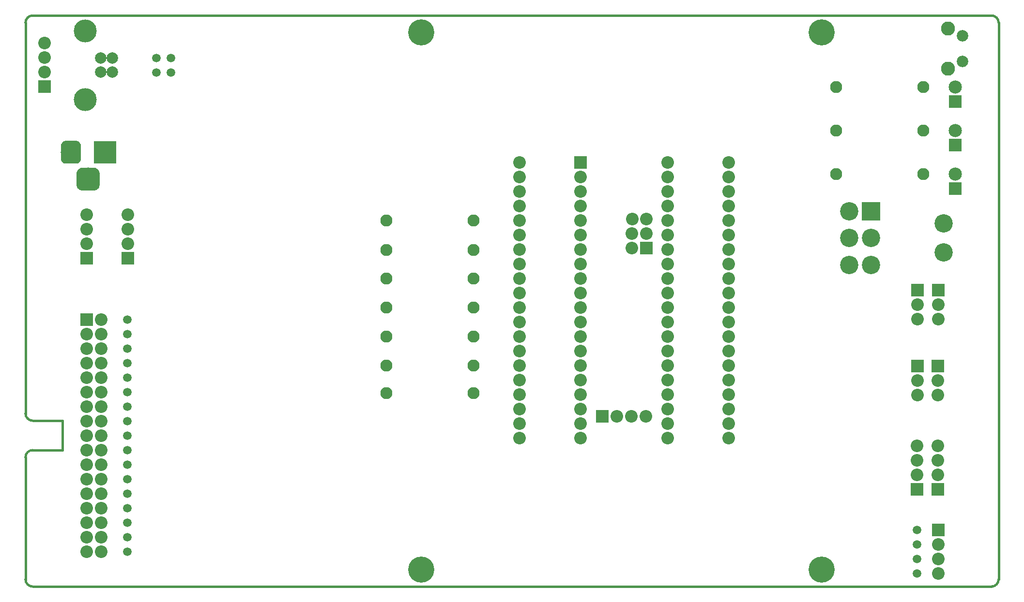
<source format=gbs>
G04 #@! TF.GenerationSoftware,KiCad,Pcbnew,(5.1.2)-2*
G04 #@! TF.CreationDate,2020-12-14T08:03:05+00:00*
G04 #@! TF.ProjectId,Greaseweazle F1 3.5 Inch,47726561-7365-4776-9561-7a6c65204631,2.0*
G04 #@! TF.SameCoordinates,Original*
G04 #@! TF.FileFunction,Soldermask,Bot*
G04 #@! TF.FilePolarity,Negative*
%FSLAX46Y46*%
G04 Gerber Fmt 4.6, Leading zero omitted, Abs format (unit mm)*
G04 Created by KiCad (PCBNEW (5.1.2)-2) date 2020-12-14 08:03:05*
%MOMM*%
%LPD*%
G04 APERTURE LIST*
%ADD10C,0.381000*%
%ADD11C,3.208000*%
%ADD12R,3.208000X3.208000*%
%ADD13C,2.308000*%
%ADD14R,2.308000X2.308000*%
%ADD15C,2.108000*%
%ADD16O,2.108000X2.108000*%
%ADD17C,2.208000*%
%ADD18R,2.208000X2.208000*%
%ADD19C,1.508000*%
%ADD20O,2.208000X2.208000*%
%ADD21C,0.150000*%
%ADD22C,4.008000*%
%ADD23C,3.508000*%
%ADD24R,4.008000X4.008000*%
%ADD25C,4.008120*%
%ADD26C,2.009140*%
%ADD27C,2.458000*%
%ADD28C,2.016000*%
%ADD29C,4.572000*%
G04 APERTURE END LIST*
D10*
X50800000Y-128333500D02*
X50800000Y-149694900D01*
X52070000Y-127063500D02*
X57277000Y-127063500D01*
X52070000Y-121920000D02*
X57277000Y-121920000D01*
X57277000Y-121920000D02*
X57277000Y-127063500D01*
X52070000Y-127063500D02*
G75*
G03X50800000Y-128333500I0J-1270000D01*
G01*
X50800000Y-120650000D02*
G75*
G03X52070000Y-121920000I1270000J0D01*
G01*
X219710000Y-150964900D02*
G75*
G03X220980000Y-149694900I0J1270000D01*
G01*
X52070000Y-50965100D02*
G75*
G03X50800000Y-52235100I0J-1270000D01*
G01*
X220980000Y-52235100D02*
G75*
G03X219710000Y-50965100I-1270000J0D01*
G01*
X50800000Y-149694900D02*
G75*
G03X52070000Y-150964900I1270000J0D01*
G01*
X50800000Y-52235100D02*
X50800000Y-120650000D01*
X52070000Y-150964900D02*
X219710000Y-150964900D01*
X219710000Y-50965100D02*
X52070000Y-50965100D01*
X220980000Y-149694900D02*
X220980000Y-52235100D01*
D11*
X211328000Y-87376000D03*
X211328000Y-92456000D03*
X194818000Y-94616000D03*
X194818000Y-89916000D03*
X194818000Y-85216000D03*
X198628000Y-94616000D03*
X198628000Y-89916000D03*
D12*
X198628000Y-85216000D03*
D13*
X213360000Y-78740000D03*
D14*
X213360000Y-81280000D03*
X213360000Y-73660000D03*
D13*
X213360000Y-71120000D03*
X213360000Y-63500000D03*
D14*
X213360000Y-66040000D03*
D15*
X129159000Y-86868000D03*
D16*
X113919000Y-86868000D03*
X113919000Y-91998800D03*
D15*
X129159000Y-91998800D03*
X129159000Y-97028000D03*
D16*
X113919000Y-97028000D03*
X113919000Y-102108000D03*
D15*
X129159000Y-102108000D03*
X129159000Y-107188000D03*
D16*
X113919000Y-107188000D03*
X113919000Y-112268000D03*
D15*
X129159000Y-112268000D03*
X129159000Y-117094000D03*
D16*
X113919000Y-117094000D03*
X192532000Y-78740000D03*
D15*
X207772000Y-78740000D03*
X207772000Y-71120000D03*
D16*
X192532000Y-71120000D03*
X192532000Y-63500000D03*
D15*
X207772000Y-63500000D03*
D17*
X156857700Y-91694000D03*
X156857700Y-89154000D03*
X156921200Y-86614000D03*
D18*
X159397700Y-91694000D03*
D17*
X159397700Y-86614000D03*
X159397700Y-89154000D03*
X147828000Y-124968000D03*
X163068000Y-124968000D03*
X147828000Y-122428000D03*
X163068000Y-122428000D03*
X147828000Y-119888000D03*
X163068000Y-119888000D03*
X147828000Y-117348000D03*
X163068000Y-117348000D03*
X147828000Y-114808000D03*
X163068000Y-114808000D03*
X147828000Y-112268000D03*
X163068000Y-112268000D03*
X147828000Y-109728000D03*
X163068000Y-109728000D03*
X147828000Y-107188000D03*
X163068000Y-107188000D03*
X147828000Y-104648000D03*
X163068000Y-104648000D03*
X147828000Y-102108000D03*
X163068000Y-102108000D03*
X147828000Y-99568000D03*
X163068000Y-99568000D03*
X147828000Y-97028000D03*
X163068000Y-97028000D03*
X147828000Y-94488000D03*
X163068000Y-94488000D03*
X147828000Y-91948000D03*
X163068000Y-91948000D03*
X147828000Y-89408000D03*
X163068000Y-89408000D03*
X147828000Y-86868000D03*
X163068000Y-86868000D03*
X147828000Y-84328000D03*
X163068000Y-84328000D03*
X147828000Y-81788000D03*
X163068000Y-81788000D03*
X147828000Y-79248000D03*
X163068000Y-79248000D03*
D18*
X147828000Y-76708000D03*
D17*
X163068000Y-76708000D03*
X159258000Y-121158000D03*
X156718000Y-121158000D03*
X154178000Y-121158000D03*
D18*
X151638000Y-121158000D03*
D19*
X206705200Y-141020800D03*
X206705200Y-143560800D03*
X206705200Y-146100800D03*
X206705200Y-148640800D03*
D20*
X137160000Y-124968000D03*
X137160000Y-122428000D03*
X137160000Y-119888000D03*
X137160000Y-117348000D03*
X137160000Y-114808000D03*
X137160000Y-112268000D03*
X137160000Y-109728000D03*
X137160000Y-107188000D03*
X137160000Y-104648000D03*
X137160000Y-102108000D03*
X137160000Y-99568000D03*
X137160000Y-97028000D03*
X137160000Y-94488000D03*
X137160000Y-91948000D03*
X137160000Y-89408000D03*
X137160000Y-86868000D03*
X137160000Y-84328000D03*
X137160000Y-81788000D03*
X137160000Y-79248000D03*
D17*
X137160000Y-76708000D03*
D20*
X173736000Y-76682600D03*
X173736000Y-79222600D03*
X173736000Y-81762600D03*
X173736000Y-84302600D03*
X173736000Y-86842600D03*
X173736000Y-89382600D03*
X173736000Y-91922600D03*
X173736000Y-94462600D03*
X173736000Y-97002600D03*
X173736000Y-99542600D03*
X173736000Y-102082600D03*
X173736000Y-104622600D03*
X173736000Y-107162600D03*
X173736000Y-109702600D03*
X173736000Y-112242600D03*
X173736000Y-114782600D03*
X173736000Y-117322600D03*
X173736000Y-119862600D03*
X173736000Y-122402600D03*
D17*
X173736000Y-124942600D03*
D19*
X73660000Y-60960000D03*
X76200000Y-58420000D03*
X73660000Y-58420000D03*
X76200000Y-60960000D03*
D18*
X54102000Y-63398400D03*
D20*
X54102000Y-60858400D03*
X54102000Y-58318400D03*
X54102000Y-55778400D03*
X210312000Y-117449600D03*
X210312000Y-114909600D03*
D18*
X210312000Y-112369600D03*
D20*
X210413600Y-104140000D03*
X210413600Y-101600000D03*
D18*
X210413600Y-99060000D03*
X206756000Y-99060000D03*
D20*
X206756000Y-101600000D03*
D17*
X206756000Y-104140000D03*
D18*
X206756000Y-112369600D03*
D20*
X206756000Y-114909600D03*
D17*
X206756000Y-117449600D03*
D18*
X210362800Y-133959600D03*
D20*
X210362800Y-131419600D03*
X210362800Y-128879600D03*
D17*
X210362800Y-126339600D03*
D20*
X206705200Y-126339600D03*
X206705200Y-128879600D03*
X206705200Y-131419600D03*
D18*
X206705200Y-133959600D03*
D20*
X210439000Y-148653500D03*
X210439000Y-146113500D03*
X210439000Y-143573500D03*
D18*
X210439000Y-141033500D03*
D19*
X68580000Y-137210800D03*
X68580000Y-144830800D03*
X68580000Y-142290800D03*
X68580000Y-139750800D03*
X68580000Y-134670800D03*
X68580000Y-132130800D03*
X68580000Y-121970800D03*
X68580000Y-127050800D03*
X68580000Y-124510800D03*
X68580000Y-129590800D03*
X68580000Y-119430800D03*
X68580000Y-116890800D03*
X68580000Y-114350800D03*
X68580000Y-111810800D03*
X68580000Y-109270800D03*
X68580000Y-106730800D03*
X68580000Y-104190800D03*
D18*
X68681600Y-93497400D03*
D20*
X68681600Y-90957400D03*
X68681600Y-88417400D03*
X68681600Y-85877400D03*
D21*
G36*
X62847613Y-77604425D02*
G01*
X62944881Y-77618853D01*
X63040265Y-77642746D01*
X63132849Y-77675873D01*
X63221740Y-77717915D01*
X63306081Y-77768467D01*
X63385062Y-77827044D01*
X63457921Y-77893079D01*
X63523956Y-77965938D01*
X63582533Y-78044919D01*
X63633085Y-78129260D01*
X63675127Y-78218151D01*
X63708254Y-78310735D01*
X63732147Y-78406119D01*
X63746575Y-78503387D01*
X63751400Y-78601600D01*
X63751400Y-80605600D01*
X63746575Y-80703813D01*
X63732147Y-80801081D01*
X63708254Y-80896465D01*
X63675127Y-80989049D01*
X63633085Y-81077940D01*
X63582533Y-81162281D01*
X63523956Y-81241262D01*
X63457921Y-81314121D01*
X63385062Y-81380156D01*
X63306081Y-81438733D01*
X63221740Y-81489285D01*
X63132849Y-81531327D01*
X63040265Y-81564454D01*
X62944881Y-81588347D01*
X62847613Y-81602775D01*
X62749400Y-81607600D01*
X60745400Y-81607600D01*
X60647187Y-81602775D01*
X60549919Y-81588347D01*
X60454535Y-81564454D01*
X60361951Y-81531327D01*
X60273060Y-81489285D01*
X60188719Y-81438733D01*
X60109738Y-81380156D01*
X60036879Y-81314121D01*
X59970844Y-81241262D01*
X59912267Y-81162281D01*
X59861715Y-81077940D01*
X59819673Y-80989049D01*
X59786546Y-80896465D01*
X59762653Y-80801081D01*
X59748225Y-80703813D01*
X59743400Y-80605600D01*
X59743400Y-78601600D01*
X59748225Y-78503387D01*
X59762653Y-78406119D01*
X59786546Y-78310735D01*
X59819673Y-78218151D01*
X59861715Y-78129260D01*
X59912267Y-78044919D01*
X59970844Y-77965938D01*
X60036879Y-77893079D01*
X60109738Y-77827044D01*
X60188719Y-77768467D01*
X60273060Y-77717915D01*
X60361951Y-77675873D01*
X60454535Y-77642746D01*
X60549919Y-77618853D01*
X60647187Y-77604425D01*
X60745400Y-77599600D01*
X62749400Y-77599600D01*
X62847613Y-77604425D01*
X62847613Y-77604425D01*
G37*
D22*
X61747400Y-79603600D03*
D21*
G36*
X59710361Y-72903823D02*
G01*
X59795494Y-72916451D01*
X59878980Y-72937363D01*
X59960013Y-72966358D01*
X60037815Y-73003155D01*
X60111635Y-73047401D01*
X60180763Y-73098670D01*
X60244533Y-73156467D01*
X60302330Y-73220237D01*
X60353599Y-73289365D01*
X60397845Y-73363185D01*
X60434642Y-73440987D01*
X60463637Y-73522020D01*
X60484549Y-73605506D01*
X60497177Y-73690639D01*
X60501400Y-73776600D01*
X60501400Y-76030600D01*
X60497177Y-76116561D01*
X60484549Y-76201694D01*
X60463637Y-76285180D01*
X60434642Y-76366213D01*
X60397845Y-76444015D01*
X60353599Y-76517835D01*
X60302330Y-76586963D01*
X60244533Y-76650733D01*
X60180763Y-76708530D01*
X60111635Y-76759799D01*
X60037815Y-76804045D01*
X59960013Y-76840842D01*
X59878980Y-76869837D01*
X59795494Y-76890749D01*
X59710361Y-76903377D01*
X59624400Y-76907600D01*
X57870400Y-76907600D01*
X57784439Y-76903377D01*
X57699306Y-76890749D01*
X57615820Y-76869837D01*
X57534787Y-76840842D01*
X57456985Y-76804045D01*
X57383165Y-76759799D01*
X57314037Y-76708530D01*
X57250267Y-76650733D01*
X57192470Y-76586963D01*
X57141201Y-76517835D01*
X57096955Y-76444015D01*
X57060158Y-76366213D01*
X57031163Y-76285180D01*
X57010251Y-76201694D01*
X56997623Y-76116561D01*
X56993400Y-76030600D01*
X56993400Y-73776600D01*
X56997623Y-73690639D01*
X57010251Y-73605506D01*
X57031163Y-73522020D01*
X57060158Y-73440987D01*
X57096955Y-73363185D01*
X57141201Y-73289365D01*
X57192470Y-73220237D01*
X57250267Y-73156467D01*
X57314037Y-73098670D01*
X57383165Y-73047401D01*
X57456985Y-73003155D01*
X57534787Y-72966358D01*
X57615820Y-72937363D01*
X57699306Y-72916451D01*
X57784439Y-72903823D01*
X57870400Y-72899600D01*
X59624400Y-72899600D01*
X59710361Y-72903823D01*
X59710361Y-72903823D01*
G37*
D23*
X58747400Y-74903600D03*
D24*
X64747400Y-74903600D03*
D25*
X61264800Y-65684400D03*
X61264800Y-53644800D03*
D26*
X65989200Y-58420000D03*
X65989200Y-60909200D03*
X63982600Y-60909200D03*
X63982600Y-58420000D03*
D27*
X212130000Y-53269000D03*
X212130000Y-60269000D03*
D28*
X214630000Y-54494000D03*
X214630000Y-59044000D03*
D20*
X61518800Y-85877400D03*
X61518800Y-88417400D03*
X61518800Y-90957400D03*
D18*
X61518800Y-93497400D03*
D20*
X64033400Y-144830800D03*
X61493400Y-144830800D03*
X64033400Y-142290800D03*
X61493400Y-142290800D03*
X64033400Y-139750800D03*
X61493400Y-139750800D03*
X64033400Y-137210800D03*
X61493400Y-137210800D03*
X64033400Y-134670800D03*
X61493400Y-134670800D03*
X64033400Y-132130800D03*
X61493400Y-132130800D03*
X64033400Y-129590800D03*
X61493400Y-129590800D03*
X64033400Y-127050800D03*
X61493400Y-127050800D03*
X64033400Y-124510800D03*
X61493400Y-124510800D03*
X64033400Y-121970800D03*
X61493400Y-121970800D03*
X64033400Y-119430800D03*
X61493400Y-119430800D03*
X64033400Y-116890800D03*
X61493400Y-116890800D03*
X64033400Y-114350800D03*
X61493400Y-114350800D03*
X64033400Y-111810800D03*
X61493400Y-111810800D03*
X64033400Y-109270800D03*
X61493400Y-109270800D03*
X64033400Y-106730800D03*
X61493400Y-106730800D03*
X64033400Y-104190800D03*
D18*
X61493400Y-104190800D03*
D29*
X119999760Y-53964840D03*
X189999620Y-53964840D03*
X119999760Y-147965160D03*
X189999620Y-147965160D03*
M02*

</source>
